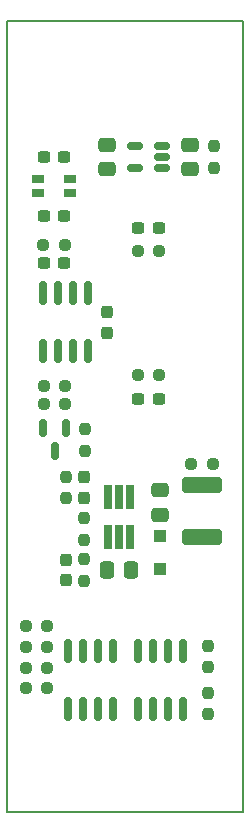
<source format=gbr>
%TF.GenerationSoftware,KiCad,Pcbnew,7.0.10*%
%TF.CreationDate,2024-02-17T17:59:33+01:00*%
%TF.ProjectId,Master_Clock,4d617374-6572-45f4-936c-6f636b2e6b69,1.1*%
%TF.SameCoordinates,Original*%
%TF.FileFunction,Paste,Bot*%
%TF.FilePolarity,Positive*%
%FSLAX46Y46*%
G04 Gerber Fmt 4.6, Leading zero omitted, Abs format (unit mm)*
G04 Created by KiCad (PCBNEW 7.0.10) date 2024-02-17 17:59:33*
%MOMM*%
%LPD*%
G01*
G04 APERTURE LIST*
G04 Aperture macros list*
%AMRoundRect*
0 Rectangle with rounded corners*
0 $1 Rounding radius*
0 $2 $3 $4 $5 $6 $7 $8 $9 X,Y pos of 4 corners*
0 Add a 4 corners polygon primitive as box body*
4,1,4,$2,$3,$4,$5,$6,$7,$8,$9,$2,$3,0*
0 Add four circle primitives for the rounded corners*
1,1,$1+$1,$2,$3*
1,1,$1+$1,$4,$5*
1,1,$1+$1,$6,$7*
1,1,$1+$1,$8,$9*
0 Add four rect primitives between the rounded corners*
20,1,$1+$1,$2,$3,$4,$5,0*
20,1,$1+$1,$4,$5,$6,$7,0*
20,1,$1+$1,$6,$7,$8,$9,0*
20,1,$1+$1,$8,$9,$2,$3,0*%
G04 Aperture macros list end*
%ADD10RoundRect,0.237500X0.300000X0.237500X-0.300000X0.237500X-0.300000X-0.237500X0.300000X-0.237500X0*%
%ADD11RoundRect,0.250000X0.300000X-0.300000X0.300000X0.300000X-0.300000X0.300000X-0.300000X-0.300000X0*%
%ADD12RoundRect,0.237500X-0.250000X-0.237500X0.250000X-0.237500X0.250000X0.237500X-0.250000X0.237500X0*%
%ADD13RoundRect,0.150000X-0.150000X0.587500X-0.150000X-0.587500X0.150000X-0.587500X0.150000X0.587500X0*%
%ADD14RoundRect,0.250000X-0.475000X0.337500X-0.475000X-0.337500X0.475000X-0.337500X0.475000X0.337500X0*%
%ADD15RoundRect,0.237500X-0.237500X0.250000X-0.237500X-0.250000X0.237500X-0.250000X0.237500X0.250000X0*%
%ADD16RoundRect,0.237500X-0.300000X-0.237500X0.300000X-0.237500X0.300000X0.237500X-0.300000X0.237500X0*%
%ADD17RoundRect,0.237500X-0.237500X0.300000X-0.237500X-0.300000X0.237500X-0.300000X0.237500X0.300000X0*%
%ADD18RoundRect,0.237500X0.237500X-0.250000X0.237500X0.250000X-0.237500X0.250000X-0.237500X-0.250000X0*%
%ADD19R,0.650000X2.000000*%
%ADD20RoundRect,0.237500X0.237500X-0.300000X0.237500X0.300000X-0.237500X0.300000X-0.237500X-0.300000X0*%
%ADD21RoundRect,0.150000X0.150000X-0.825000X0.150000X0.825000X-0.150000X0.825000X-0.150000X-0.825000X0*%
%ADD22RoundRect,0.237500X0.250000X0.237500X-0.250000X0.237500X-0.250000X-0.237500X0.250000X-0.237500X0*%
%ADD23RoundRect,0.250000X-1.450000X0.400000X-1.450000X-0.400000X1.450000X-0.400000X1.450000X0.400000X0*%
%ADD24RoundRect,0.150000X0.512500X0.150000X-0.512500X0.150000X-0.512500X-0.150000X0.512500X-0.150000X0*%
%ADD25RoundRect,0.250000X0.337500X0.475000X-0.337500X0.475000X-0.337500X-0.475000X0.337500X-0.475000X0*%
%ADD26R,1.050000X0.800000*%
%TA.AperFunction,Profile*%
%ADD27C,0.150000*%
%TD*%
G04 APERTURE END LIST*
D10*
%TO.C,C13*%
X148862500Y-74500000D03*
X147137500Y-74500000D03*
%TD*%
D11*
%TO.C,D1*%
X157000000Y-104400000D03*
X157000000Y-101600000D03*
%TD*%
D12*
%TO.C,R10*%
X147137500Y-90437500D03*
X148962500Y-90437500D03*
%TD*%
D13*
%TO.C,Q1*%
X147100000Y-92500000D03*
X149000000Y-92500000D03*
X148050000Y-94375000D03*
%TD*%
D14*
%TO.C,C9*%
X152500000Y-68462500D03*
X152500000Y-70537500D03*
%TD*%
D15*
%TO.C,R5*%
X150600000Y-92587500D03*
X150600000Y-94412500D03*
%TD*%
D16*
%TO.C,C12*%
X155137500Y-90000000D03*
X156862500Y-90000000D03*
%TD*%
D12*
%TO.C,R13*%
X159587500Y-95500000D03*
X161412500Y-95500000D03*
%TD*%
D10*
%TO.C,C14*%
X148862500Y-69500000D03*
X147137500Y-69500000D03*
%TD*%
D17*
%TO.C,C6*%
X150500000Y-96637500D03*
X150500000Y-98362500D03*
%TD*%
D15*
%TO.C,R14*%
X161500000Y-68587500D03*
X161500000Y-70412500D03*
%TD*%
D18*
%TO.C,R2*%
X150500000Y-105412500D03*
X150500000Y-103587500D03*
%TD*%
%TO.C,R4*%
X150500000Y-101912500D03*
X150500000Y-100087500D03*
%TD*%
D19*
%TO.C,U2*%
X154450000Y-101710000D03*
X153500000Y-101710000D03*
X152550000Y-101710000D03*
X152550000Y-98290000D03*
X153500000Y-98290000D03*
X154450000Y-98290000D03*
%TD*%
D20*
%TO.C,C1*%
X149000000Y-105362500D03*
X149000000Y-103637500D03*
%TD*%
D21*
%TO.C,U5*%
X150905000Y-85975000D03*
X149635000Y-85975000D03*
X148365000Y-85975000D03*
X147095000Y-85975000D03*
X147095000Y-81025000D03*
X148365000Y-81025000D03*
X149635000Y-81025000D03*
X150905000Y-81025000D03*
%TD*%
D16*
%TO.C,C11*%
X155137500Y-75500000D03*
X156862500Y-75500000D03*
%TD*%
D22*
%TO.C,R15*%
X147412500Y-109250000D03*
X145587500Y-109250000D03*
%TD*%
D23*
%TO.C,L1*%
X160500000Y-97275000D03*
X160500000Y-101725000D03*
%TD*%
D21*
%TO.C,U3*%
X158905000Y-116275000D03*
X157635000Y-116275000D03*
X156365000Y-116275000D03*
X155095000Y-116275000D03*
X155095000Y-111325000D03*
X156365000Y-111325000D03*
X157635000Y-111325000D03*
X158905000Y-111325000D03*
%TD*%
D22*
%TO.C,R8*%
X156912500Y-88000000D03*
X155087500Y-88000000D03*
%TD*%
D16*
%TO.C,C10*%
X147137500Y-78500000D03*
X148862500Y-78500000D03*
%TD*%
D20*
%TO.C,C7*%
X152500000Y-84387500D03*
X152500000Y-82662500D03*
%TD*%
D22*
%TO.C,R16*%
X147412500Y-112750000D03*
X145587500Y-112750000D03*
%TD*%
%TO.C,R9*%
X148962500Y-88937500D03*
X147137500Y-88937500D03*
%TD*%
D12*
%TO.C,R17*%
X145587500Y-111000000D03*
X147412500Y-111000000D03*
%TD*%
D22*
%TO.C,R7*%
X156912500Y-77500000D03*
X155087500Y-77500000D03*
%TD*%
D18*
%TO.C,R12*%
X149000000Y-98412500D03*
X149000000Y-96587500D03*
%TD*%
D22*
%TO.C,R6*%
X148912500Y-77000000D03*
X147087500Y-77000000D03*
%TD*%
D15*
%TO.C,R1*%
X161000000Y-110887500D03*
X161000000Y-112712500D03*
%TD*%
D24*
%TO.C,U4*%
X157137500Y-68550000D03*
X157137500Y-69500000D03*
X157137500Y-70450000D03*
X154862500Y-70450000D03*
X154862500Y-68550000D03*
%TD*%
D14*
%TO.C,C2*%
X157000000Y-97737500D03*
X157000000Y-99812500D03*
%TD*%
%TO.C,C8*%
X159500000Y-68462500D03*
X159500000Y-70537500D03*
%TD*%
D21*
%TO.C,U1*%
X153000000Y-116275000D03*
X151730000Y-116275000D03*
X150460000Y-116275000D03*
X149190000Y-116275000D03*
X149190000Y-111325000D03*
X150460000Y-111325000D03*
X151730000Y-111325000D03*
X153000000Y-111325000D03*
%TD*%
D25*
%TO.C,C3*%
X154537500Y-104500000D03*
X152462500Y-104500000D03*
%TD*%
D26*
%TO.C,X1*%
X149325000Y-72600000D03*
X146675000Y-72600000D03*
X146675000Y-71400000D03*
X149325000Y-71400000D03*
%TD*%
D22*
%TO.C,R11*%
X147412500Y-114500000D03*
X145587500Y-114500000D03*
%TD*%
D15*
%TO.C,R3*%
X161000000Y-114887500D03*
X161000000Y-116712500D03*
%TD*%
D27*
X144000000Y-58000000D02*
X164000000Y-58000000D01*
X164000000Y-125000000D01*
X144000000Y-125000000D01*
X144000000Y-58000000D01*
M02*

</source>
